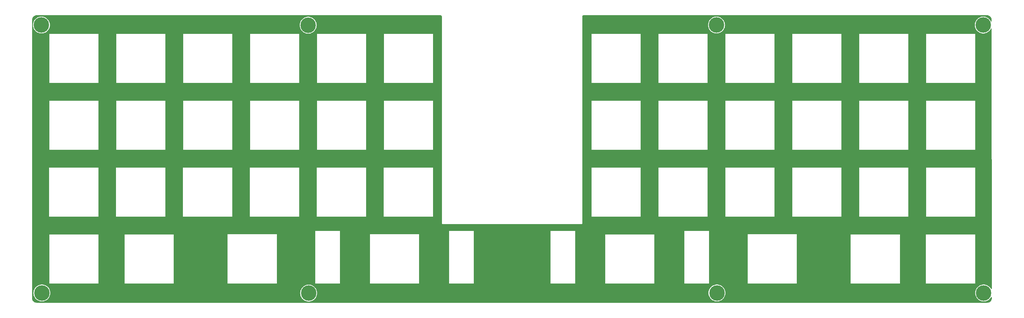
<source format=gbr>
%TF.GenerationSoftware,KiCad,Pcbnew,(6.0.7)*%
%TF.CreationDate,2022-10-26T00:07:09+02:00*%
%TF.ProjectId,skoosk switchplate,736b6f6f-736b-4207-9377-69746368706c,rev?*%
%TF.SameCoordinates,Original*%
%TF.FileFunction,Copper,L2,Bot*%
%TF.FilePolarity,Positive*%
%FSLAX46Y46*%
G04 Gerber Fmt 4.6, Leading zero omitted, Abs format (unit mm)*
G04 Created by KiCad (PCBNEW (6.0.7)) date 2022-10-26 00:07:09*
%MOMM*%
%LPD*%
G01*
G04 APERTURE LIST*
%TA.AperFunction,ComponentPad*%
%ADD10C,4.400000*%
%TD*%
G04 APERTURE END LIST*
D10*
%TO.P,H2,1,1*%
%TO.N,N/C*%
X81146500Y-88311400D03*
%TD*%
%TO.P,H3,1,1*%
%TO.N,N/C*%
X197253100Y-11936200D03*
%TD*%
%TO.P,H4,1,1*%
%TO.N,N/C*%
X273186700Y-11950000D03*
%TD*%
%TO.P,H1,1,1*%
%TO.N,N/C*%
X5207000Y-88265000D03*
%TD*%
%TO.P,H4,1,1*%
%TO.N,N/C*%
X273313700Y-88277000D03*
%TD*%
%TO.P,H1,1,1*%
%TO.N,N/C*%
X5080000Y-11938000D03*
%TD*%
%TO.P,H2,1,1*%
%TO.N,N/C*%
X81019500Y-11984400D03*
%TD*%
%TO.P,H3,1,1*%
%TO.N,N/C*%
X197380100Y-88263200D03*
%TD*%
%TA.AperFunction,NonConductor*%
G36*
X118674981Y-9154750D02*
G01*
X118678454Y-9155124D01*
X118680612Y-9156018D01*
X118680612Y-9158326D01*
X118679847Y-9158643D01*
X118679530Y-9159408D01*
X118679847Y-9160173D01*
X118680612Y-9160490D01*
X118680762Y-9160428D01*
X118696139Y-9162453D01*
X118762514Y-9171194D01*
X118794287Y-9179709D01*
X118828786Y-9194001D01*
X118837761Y-9198138D01*
X118857342Y-9208114D01*
X118874058Y-9216631D01*
X118893554Y-9228933D01*
X118914004Y-9244626D01*
X118920387Y-9249524D01*
X118932774Y-9260388D01*
X118960619Y-9288233D01*
X118971480Y-9300617D01*
X118992104Y-9327496D01*
X119004400Y-9346985D01*
X119022821Y-9383137D01*
X119026958Y-9392110D01*
X119028728Y-9396383D01*
X119039333Y-9421989D01*
X119047369Y-9450487D01*
X119055317Y-9500664D01*
X119055781Y-9503857D01*
X119059536Y-9532383D01*
X119060612Y-9548815D01*
X119060612Y-68297927D01*
X119056834Y-68297927D01*
X119056869Y-68298179D01*
X119057279Y-68298125D01*
X119070414Y-68397851D01*
X119108913Y-68490779D01*
X119170150Y-68570576D01*
X119249954Y-68631806D01*
X119342885Y-68670295D01*
X119351069Y-68671372D01*
X119351072Y-68671373D01*
X119442612Y-68683421D01*
X119442565Y-68683777D01*
X119442810Y-68683810D01*
X119442810Y-68680125D01*
X158685414Y-68680125D01*
X158685414Y-68683855D01*
X158685666Y-68683820D01*
X158685612Y-68683408D01*
X158777146Y-68671355D01*
X158777147Y-68671355D01*
X158785331Y-68670277D01*
X158878254Y-68631787D01*
X158958049Y-68570559D01*
X159019280Y-68490765D01*
X159057774Y-68397843D01*
X159070908Y-68298125D01*
X159071232Y-68298168D01*
X159071264Y-68297923D01*
X159067612Y-68297926D01*
X159066209Y-66551005D01*
X161670470Y-66551005D01*
X161670552Y-66551203D01*
X161670787Y-66551770D01*
X161671552Y-66552087D01*
X161671750Y-66552005D01*
X175671354Y-66552005D01*
X175671552Y-66552087D01*
X175672317Y-66551770D01*
X175672552Y-66551203D01*
X175672634Y-66551005D01*
X180720470Y-66551005D01*
X180720552Y-66551203D01*
X180720787Y-66551770D01*
X180721552Y-66552087D01*
X180721750Y-66552005D01*
X194721354Y-66552005D01*
X194721552Y-66552087D01*
X194722317Y-66551770D01*
X194722552Y-66551203D01*
X194722634Y-66551005D01*
X199770470Y-66551005D01*
X199770552Y-66551203D01*
X199770787Y-66551770D01*
X199771552Y-66552087D01*
X199771750Y-66552005D01*
X213771354Y-66552005D01*
X213771552Y-66552087D01*
X213772317Y-66551770D01*
X213772552Y-66551203D01*
X213772634Y-66551005D01*
X218820470Y-66551005D01*
X218820552Y-66551203D01*
X218820787Y-66551770D01*
X218821552Y-66552087D01*
X218821750Y-66552005D01*
X232821354Y-66552005D01*
X232821552Y-66552087D01*
X232822317Y-66551770D01*
X232822552Y-66551203D01*
X232822634Y-66551005D01*
X237870470Y-66551005D01*
X237870552Y-66551203D01*
X237870787Y-66551770D01*
X237871552Y-66552087D01*
X237871750Y-66552005D01*
X251871354Y-66552005D01*
X251871552Y-66552087D01*
X251872317Y-66551770D01*
X251872552Y-66551203D01*
X251872634Y-66551005D01*
X256920470Y-66551005D01*
X256920552Y-66551203D01*
X256920787Y-66551770D01*
X256921552Y-66552087D01*
X256921750Y-66552005D01*
X270921354Y-66552005D01*
X270921552Y-66552087D01*
X270922317Y-66551770D01*
X270922552Y-66551203D01*
X270922634Y-66551005D01*
X270922552Y-66550807D01*
X270922552Y-52551203D01*
X270922634Y-52551005D01*
X270922317Y-52550240D01*
X270921750Y-52550005D01*
X270921552Y-52549923D01*
X270921354Y-52550005D01*
X256921750Y-52550005D01*
X256921552Y-52549923D01*
X256921354Y-52550005D01*
X256920787Y-52550240D01*
X256920470Y-52551005D01*
X256920552Y-52551203D01*
X256920552Y-66550807D01*
X256920470Y-66551005D01*
X251872634Y-66551005D01*
X251872552Y-66550807D01*
X251872552Y-52551203D01*
X251872634Y-52551005D01*
X251872317Y-52550240D01*
X251871750Y-52550005D01*
X251871552Y-52549923D01*
X251871354Y-52550005D01*
X237871750Y-52550005D01*
X237871552Y-52549923D01*
X237871354Y-52550005D01*
X237870787Y-52550240D01*
X237870470Y-52551005D01*
X237870552Y-52551203D01*
X237870552Y-66550807D01*
X237870470Y-66551005D01*
X232822634Y-66551005D01*
X232822552Y-66550807D01*
X232822552Y-52551203D01*
X232822634Y-52551005D01*
X232822317Y-52550240D01*
X232821750Y-52550005D01*
X232821552Y-52549923D01*
X232821354Y-52550005D01*
X218821750Y-52550005D01*
X218821552Y-52549923D01*
X218821354Y-52550005D01*
X218820787Y-52550240D01*
X218820470Y-52551005D01*
X218820552Y-52551203D01*
X218820552Y-66550807D01*
X218820470Y-66551005D01*
X213772634Y-66551005D01*
X213772552Y-66550807D01*
X213772552Y-52551203D01*
X213772634Y-52551005D01*
X213772317Y-52550240D01*
X213771750Y-52550005D01*
X213771552Y-52549923D01*
X213771354Y-52550005D01*
X199771750Y-52550005D01*
X199771552Y-52549923D01*
X199771354Y-52550005D01*
X199770787Y-52550240D01*
X199770470Y-52551005D01*
X199770552Y-52551203D01*
X199770552Y-66550807D01*
X199770470Y-66551005D01*
X194722634Y-66551005D01*
X194722552Y-66550807D01*
X194722552Y-52551203D01*
X194722634Y-52551005D01*
X194722317Y-52550240D01*
X194721750Y-52550005D01*
X194721552Y-52549923D01*
X194721354Y-52550005D01*
X180721750Y-52550005D01*
X180721552Y-52549923D01*
X180721354Y-52550005D01*
X180720787Y-52550240D01*
X180720470Y-52551005D01*
X180720552Y-52551203D01*
X180720552Y-66550807D01*
X180720470Y-66551005D01*
X175672634Y-66551005D01*
X175672552Y-66550807D01*
X175672552Y-52551203D01*
X175672634Y-52551005D01*
X175672317Y-52550240D01*
X175671750Y-52550005D01*
X175671552Y-52549923D01*
X175671354Y-52550005D01*
X161671750Y-52550005D01*
X161671552Y-52549923D01*
X161671354Y-52550005D01*
X161670787Y-52550240D01*
X161670470Y-52551005D01*
X161670552Y-52551203D01*
X161670552Y-66550807D01*
X161670470Y-66551005D01*
X159066209Y-66551005D01*
X159050904Y-47500069D01*
X161670123Y-47500069D01*
X161670205Y-47500267D01*
X161670440Y-47500834D01*
X161671205Y-47501151D01*
X161671403Y-47501069D01*
X175671007Y-47501069D01*
X175671205Y-47501151D01*
X175671970Y-47500834D01*
X175672205Y-47500267D01*
X175672287Y-47500069D01*
X180720123Y-47500069D01*
X180720205Y-47500267D01*
X180720440Y-47500834D01*
X180721205Y-47501151D01*
X180721403Y-47501069D01*
X194721007Y-47501069D01*
X194721205Y-47501151D01*
X194721970Y-47500834D01*
X194722205Y-47500267D01*
X194722287Y-47500069D01*
X199770123Y-47500069D01*
X199770205Y-47500267D01*
X199770440Y-47500834D01*
X199771205Y-47501151D01*
X199771403Y-47501069D01*
X213771007Y-47501069D01*
X213771205Y-47501151D01*
X213771970Y-47500834D01*
X213772205Y-47500267D01*
X213772287Y-47500069D01*
X218820123Y-47500069D01*
X218820205Y-47500267D01*
X218820440Y-47500834D01*
X218821205Y-47501151D01*
X218821403Y-47501069D01*
X232821007Y-47501069D01*
X232821205Y-47501151D01*
X232821970Y-47500834D01*
X232822205Y-47500267D01*
X232822287Y-47500069D01*
X237870123Y-47500069D01*
X237870205Y-47500267D01*
X237870440Y-47500834D01*
X237871205Y-47501151D01*
X237871403Y-47501069D01*
X251871007Y-47501069D01*
X251871205Y-47501151D01*
X251871970Y-47500834D01*
X251872205Y-47500267D01*
X251872287Y-47500069D01*
X256920123Y-47500069D01*
X256920205Y-47500267D01*
X256920440Y-47500834D01*
X256921205Y-47501151D01*
X256921403Y-47501069D01*
X270921007Y-47501069D01*
X270921205Y-47501151D01*
X270921970Y-47500834D01*
X270922205Y-47500267D01*
X270922287Y-47500069D01*
X270922205Y-47499871D01*
X270922205Y-33500267D01*
X270922287Y-33500069D01*
X270921970Y-33499304D01*
X270921403Y-33499069D01*
X270921205Y-33498987D01*
X270921007Y-33499069D01*
X256921403Y-33499069D01*
X256921205Y-33498987D01*
X256921007Y-33499069D01*
X256920440Y-33499304D01*
X256920123Y-33500069D01*
X256920205Y-33500267D01*
X256920205Y-47499871D01*
X256920123Y-47500069D01*
X251872287Y-47500069D01*
X251872205Y-47499871D01*
X251872205Y-33500267D01*
X251872287Y-33500069D01*
X251871970Y-33499304D01*
X251871403Y-33499069D01*
X251871205Y-33498987D01*
X251871007Y-33499069D01*
X237871403Y-33499069D01*
X237871205Y-33498987D01*
X237871007Y-33499069D01*
X237870440Y-33499304D01*
X237870123Y-33500069D01*
X237870205Y-33500267D01*
X237870205Y-47499871D01*
X237870123Y-47500069D01*
X232822287Y-47500069D01*
X232822205Y-47499871D01*
X232822205Y-33500267D01*
X232822287Y-33500069D01*
X232821970Y-33499304D01*
X232821403Y-33499069D01*
X232821205Y-33498987D01*
X232821007Y-33499069D01*
X218821403Y-33499069D01*
X218821205Y-33498987D01*
X218821007Y-33499069D01*
X218820440Y-33499304D01*
X218820123Y-33500069D01*
X218820205Y-33500267D01*
X218820205Y-47499871D01*
X218820123Y-47500069D01*
X213772287Y-47500069D01*
X213772205Y-47499871D01*
X213772205Y-33500267D01*
X213772287Y-33500069D01*
X213771970Y-33499304D01*
X213771403Y-33499069D01*
X213771205Y-33498987D01*
X213771007Y-33499069D01*
X199771403Y-33499069D01*
X199771205Y-33498987D01*
X199771007Y-33499069D01*
X199770440Y-33499304D01*
X199770123Y-33500069D01*
X199770205Y-33500267D01*
X199770205Y-47499871D01*
X199770123Y-47500069D01*
X194722287Y-47500069D01*
X194722205Y-47499871D01*
X194722205Y-33500267D01*
X194722287Y-33500069D01*
X194721970Y-33499304D01*
X194721403Y-33499069D01*
X194721205Y-33498987D01*
X194721007Y-33499069D01*
X180721403Y-33499069D01*
X180721205Y-33498987D01*
X180721007Y-33499069D01*
X180720440Y-33499304D01*
X180720123Y-33500069D01*
X180720205Y-33500267D01*
X180720205Y-47499871D01*
X180720123Y-47500069D01*
X175672287Y-47500069D01*
X175672205Y-47499871D01*
X175672205Y-33500267D01*
X175672287Y-33500069D01*
X175671970Y-33499304D01*
X175671403Y-33499069D01*
X175671205Y-33498987D01*
X175671007Y-33499069D01*
X161671403Y-33499069D01*
X161671205Y-33498987D01*
X161671007Y-33499069D01*
X161670440Y-33499304D01*
X161670123Y-33500069D01*
X161670205Y-33500267D01*
X161670205Y-47499871D01*
X161670123Y-47500069D01*
X159050904Y-47500069D01*
X159035599Y-28448548D01*
X161673867Y-28448548D01*
X161673949Y-28448746D01*
X161674184Y-28449313D01*
X161674949Y-28449630D01*
X161675147Y-28449548D01*
X175674751Y-28449548D01*
X175674949Y-28449630D01*
X175675714Y-28449313D01*
X175675949Y-28448746D01*
X175676031Y-28448548D01*
X180723867Y-28448548D01*
X180723949Y-28448746D01*
X180724184Y-28449313D01*
X180724949Y-28449630D01*
X180725147Y-28449548D01*
X194724751Y-28449548D01*
X194724949Y-28449630D01*
X194725714Y-28449313D01*
X194725949Y-28448746D01*
X194726031Y-28448548D01*
X199773867Y-28448548D01*
X199773949Y-28448746D01*
X199774184Y-28449313D01*
X199774949Y-28449630D01*
X199775147Y-28449548D01*
X213774751Y-28449548D01*
X213774949Y-28449630D01*
X213775714Y-28449313D01*
X213775949Y-28448746D01*
X213776031Y-28448548D01*
X218823867Y-28448548D01*
X218823949Y-28448746D01*
X218824184Y-28449313D01*
X218824949Y-28449630D01*
X218825147Y-28449548D01*
X232824751Y-28449548D01*
X232824949Y-28449630D01*
X232825714Y-28449313D01*
X232825949Y-28448746D01*
X232826031Y-28448548D01*
X237873867Y-28448548D01*
X237873949Y-28448746D01*
X237874184Y-28449313D01*
X237874949Y-28449630D01*
X237875147Y-28449548D01*
X251874751Y-28449548D01*
X251874949Y-28449630D01*
X251875714Y-28449313D01*
X251875949Y-28448746D01*
X251876031Y-28448548D01*
X256923867Y-28448548D01*
X256923949Y-28448746D01*
X256924184Y-28449313D01*
X256924949Y-28449630D01*
X256925147Y-28449548D01*
X270924751Y-28449548D01*
X270924949Y-28449630D01*
X270925714Y-28449313D01*
X270925949Y-28448746D01*
X270926031Y-28448548D01*
X270925949Y-28448350D01*
X270925949Y-14448746D01*
X270926031Y-14448548D01*
X270925714Y-14447783D01*
X270925147Y-14447548D01*
X270924949Y-14447466D01*
X270924751Y-14447548D01*
X256925147Y-14447548D01*
X256924949Y-14447466D01*
X256924751Y-14447548D01*
X256924184Y-14447783D01*
X256923867Y-14448548D01*
X256923949Y-14448746D01*
X256923949Y-28448350D01*
X256923867Y-28448548D01*
X251876031Y-28448548D01*
X251875949Y-28448350D01*
X251875949Y-14448746D01*
X251876031Y-14448548D01*
X251875714Y-14447783D01*
X251875147Y-14447548D01*
X251874949Y-14447466D01*
X251874751Y-14447548D01*
X237875147Y-14447548D01*
X237874949Y-14447466D01*
X237874751Y-14447548D01*
X237874184Y-14447783D01*
X237873867Y-14448548D01*
X237873949Y-14448746D01*
X237873949Y-28448350D01*
X237873867Y-28448548D01*
X232826031Y-28448548D01*
X232825949Y-28448350D01*
X232825949Y-14448746D01*
X232826031Y-14448548D01*
X232825714Y-14447783D01*
X232825147Y-14447548D01*
X232824949Y-14447466D01*
X232824751Y-14447548D01*
X218825147Y-14447548D01*
X218824949Y-14447466D01*
X218824751Y-14447548D01*
X218824184Y-14447783D01*
X218823867Y-14448548D01*
X218823949Y-14448746D01*
X218823949Y-28448350D01*
X218823867Y-28448548D01*
X213776031Y-28448548D01*
X213775949Y-28448350D01*
X213775949Y-14448746D01*
X213776031Y-14448548D01*
X213775714Y-14447783D01*
X213775147Y-14447548D01*
X213774949Y-14447466D01*
X213774751Y-14447548D01*
X199775147Y-14447548D01*
X199774949Y-14447466D01*
X199774751Y-14447548D01*
X199774184Y-14447783D01*
X199773867Y-14448548D01*
X199773949Y-14448746D01*
X199773949Y-28448350D01*
X199773867Y-28448548D01*
X194726031Y-28448548D01*
X194725949Y-28448350D01*
X194725949Y-14448746D01*
X194726031Y-14448548D01*
X194725714Y-14447783D01*
X194725147Y-14447548D01*
X194724949Y-14447466D01*
X194724751Y-14447548D01*
X180725147Y-14447548D01*
X180724949Y-14447466D01*
X180724751Y-14447548D01*
X180724184Y-14447783D01*
X180723867Y-14448548D01*
X180723949Y-14448746D01*
X180723949Y-28448350D01*
X180723867Y-28448548D01*
X175676031Y-28448548D01*
X175675949Y-28448350D01*
X175675949Y-14448746D01*
X175676031Y-14448548D01*
X175675714Y-14447783D01*
X175675147Y-14447548D01*
X175674949Y-14447466D01*
X175674751Y-14447548D01*
X161675147Y-14447548D01*
X161674949Y-14447466D01*
X161674751Y-14447548D01*
X161674184Y-14447783D01*
X161673867Y-14448548D01*
X161673949Y-14448746D01*
X161673949Y-28448350D01*
X161673867Y-28448548D01*
X159035599Y-28448548D01*
X159022333Y-11936200D01*
X194847854Y-11936200D01*
X194866820Y-12237657D01*
X194923419Y-12534360D01*
X195016759Y-12821630D01*
X195018446Y-12825216D01*
X195018448Y-12825220D01*
X195143679Y-13091350D01*
X195143683Y-13091357D01*
X195145367Y-13094936D01*
X195307215Y-13349968D01*
X195309734Y-13353014D01*
X195309737Y-13353017D01*
X195349612Y-13401217D01*
X195499751Y-13582704D01*
X195719938Y-13789474D01*
X195723140Y-13791801D01*
X195723142Y-13791802D01*
X195786280Y-13837674D01*
X195964305Y-13967016D01*
X195967774Y-13968923D01*
X195967777Y-13968925D01*
X195985174Y-13978489D01*
X196228996Y-14112532D01*
X196232665Y-14113985D01*
X196232670Y-14113987D01*
X196354410Y-14162187D01*
X196509838Y-14223725D01*
X196802402Y-14298842D01*
X197102073Y-14336700D01*
X197404127Y-14336700D01*
X197703798Y-14298842D01*
X197996362Y-14223725D01*
X198151790Y-14162187D01*
X198273530Y-14113987D01*
X198273535Y-14113985D01*
X198277204Y-14112532D01*
X198521026Y-13978489D01*
X198538423Y-13968925D01*
X198538426Y-13968923D01*
X198541895Y-13967016D01*
X198719920Y-13837674D01*
X198783058Y-13791802D01*
X198783060Y-13791801D01*
X198786262Y-13789474D01*
X199006449Y-13582704D01*
X199156588Y-13401217D01*
X199196463Y-13353017D01*
X199196466Y-13353014D01*
X199198985Y-13349968D01*
X199360833Y-13094936D01*
X199362517Y-13091357D01*
X199362521Y-13091350D01*
X199487752Y-12825220D01*
X199487754Y-12825216D01*
X199489441Y-12821630D01*
X199582781Y-12534360D01*
X199639380Y-12237657D01*
X199658346Y-11936200D01*
X199639380Y-11634743D01*
X199582781Y-11338040D01*
X199493925Y-11064570D01*
X199490667Y-11054543D01*
X199490667Y-11054542D01*
X199489441Y-11050770D01*
X199487752Y-11047180D01*
X199362521Y-10781050D01*
X199362517Y-10781043D01*
X199360833Y-10777464D01*
X199198985Y-10522432D01*
X199006449Y-10289696D01*
X198786262Y-10082926D01*
X198712122Y-10029060D01*
X198545098Y-9907711D01*
X198545097Y-9907710D01*
X198541895Y-9905384D01*
X198435536Y-9846912D01*
X198280673Y-9761775D01*
X198280672Y-9761774D01*
X198277204Y-9759868D01*
X198273535Y-9758415D01*
X198273530Y-9758413D01*
X198000032Y-9650128D01*
X198000031Y-9650128D01*
X197996362Y-9648675D01*
X197703798Y-9573558D01*
X197404127Y-9535700D01*
X197102073Y-9535700D01*
X196802402Y-9573558D01*
X196509838Y-9648675D01*
X196506169Y-9650128D01*
X196506168Y-9650128D01*
X196232670Y-9758413D01*
X196232665Y-9758415D01*
X196228996Y-9759868D01*
X196225528Y-9761774D01*
X196225527Y-9761775D01*
X196070665Y-9846912D01*
X195964305Y-9905384D01*
X195961103Y-9907710D01*
X195961102Y-9907711D01*
X195794079Y-10029060D01*
X195719938Y-10082926D01*
X195499751Y-10289696D01*
X195307215Y-10522432D01*
X195145367Y-10777464D01*
X195143683Y-10781043D01*
X195143679Y-10781050D01*
X195018448Y-11047180D01*
X195016759Y-11050770D01*
X195015533Y-11054542D01*
X195015533Y-11054543D01*
X195012275Y-11064570D01*
X194923419Y-11338040D01*
X194866820Y-11634743D01*
X194847854Y-11936200D01*
X159022333Y-11936200D01*
X159020415Y-9548717D01*
X159021493Y-9532173D01*
X159025115Y-9504656D01*
X159025588Y-9501390D01*
X159030406Y-9470967D01*
X159033662Y-9450412D01*
X159041701Y-9421906D01*
X159053952Y-9392329D01*
X159058094Y-9383343D01*
X159066186Y-9367462D01*
X159076659Y-9346908D01*
X159088961Y-9327410D01*
X159102168Y-9310199D01*
X159109456Y-9300701D01*
X159120322Y-9288312D01*
X159148312Y-9260322D01*
X159160703Y-9249454D01*
X159187410Y-9228961D01*
X159206908Y-9216659D01*
X159243348Y-9198092D01*
X159252329Y-9193952D01*
X159281906Y-9181701D01*
X159310412Y-9173662D01*
X159333506Y-9170004D01*
X159361390Y-9165588D01*
X159364653Y-9165115D01*
X159374703Y-9163792D01*
X159399827Y-9160485D01*
X159400317Y-9160453D01*
X159400408Y-9160490D01*
X159400532Y-9160438D01*
X159416260Y-9159407D01*
X256257441Y-9154043D01*
X274305996Y-9154043D01*
X274315875Y-9154431D01*
X274424199Y-9162951D01*
X274425119Y-9163028D01*
X274468085Y-9166785D01*
X274505016Y-9170015D01*
X274523448Y-9173016D01*
X274594862Y-9190158D01*
X274623756Y-9197094D01*
X274626856Y-9197881D01*
X274709942Y-9220141D01*
X274725536Y-9225434D01*
X274819755Y-9264458D01*
X274824766Y-9266663D01*
X274903631Y-9303436D01*
X274916217Y-9310199D01*
X275002781Y-9363244D01*
X275009215Y-9367461D01*
X275044447Y-9392130D01*
X275080744Y-9417544D01*
X275090305Y-9424947D01*
X275167434Y-9490820D01*
X275174699Y-9497535D01*
X275236444Y-9559278D01*
X275243161Y-9566544D01*
X275260938Y-9587358D01*
X275309014Y-9643647D01*
X275309093Y-9643740D01*
X275316494Y-9653299D01*
X275366443Y-9724631D01*
X275370664Y-9731069D01*
X275423866Y-9817888D01*
X275430627Y-9830471D01*
X275467176Y-9908848D01*
X275469391Y-9913882D01*
X275508625Y-10008604D01*
X275513921Y-10024205D01*
X275532730Y-10094398D01*
X275535879Y-10106151D01*
X275536684Y-10109322D01*
X275560980Y-10210531D01*
X275561018Y-10210689D01*
X275564022Y-10229144D01*
X275570903Y-10308003D01*
X275570968Y-10308781D01*
X275573259Y-10337896D01*
X275579557Y-10417948D01*
X275579945Y-10427748D01*
X275580150Y-10779264D01*
X275580182Y-10834747D01*
X275560220Y-10902879D01*
X275506591Y-10949403D01*
X275436323Y-10959548D01*
X275371725Y-10930092D01*
X275340174Y-10888468D01*
X275296121Y-10794850D01*
X275296117Y-10794843D01*
X275294433Y-10791264D01*
X275132585Y-10536232D01*
X275120136Y-10521183D01*
X275043031Y-10427980D01*
X274940049Y-10303496D01*
X274719862Y-10096726D01*
X274703346Y-10084726D01*
X274478698Y-9921511D01*
X274478697Y-9921510D01*
X274475495Y-9919184D01*
X274466508Y-9914243D01*
X274214273Y-9775575D01*
X274214272Y-9775574D01*
X274210804Y-9773668D01*
X274207135Y-9772215D01*
X274207130Y-9772213D01*
X273933632Y-9663928D01*
X273933631Y-9663928D01*
X273929962Y-9662475D01*
X273637398Y-9587358D01*
X273337727Y-9549500D01*
X273035673Y-9549500D01*
X272736002Y-9587358D01*
X272443438Y-9662475D01*
X272439769Y-9663928D01*
X272439768Y-9663928D01*
X272166270Y-9772213D01*
X272166265Y-9772215D01*
X272162596Y-9773668D01*
X272159128Y-9775574D01*
X272159127Y-9775575D01*
X271906893Y-9914243D01*
X271897905Y-9919184D01*
X271894703Y-9921510D01*
X271894702Y-9921511D01*
X271670055Y-10084726D01*
X271653538Y-10096726D01*
X271433351Y-10303496D01*
X271330369Y-10427980D01*
X271253265Y-10521183D01*
X271240815Y-10536232D01*
X271078967Y-10791264D01*
X271077283Y-10794843D01*
X271077279Y-10794850D01*
X270955077Y-11054543D01*
X270950359Y-11064570D01*
X270857019Y-11351840D01*
X270800420Y-11648543D01*
X270781454Y-11950000D01*
X270800420Y-12251457D01*
X270857019Y-12548160D01*
X270858246Y-12551936D01*
X270947042Y-12825220D01*
X270950359Y-12835430D01*
X270952046Y-12839016D01*
X270952048Y-12839020D01*
X271077279Y-13105150D01*
X271077282Y-13105155D01*
X271078967Y-13108736D01*
X271240815Y-13363768D01*
X271243334Y-13366814D01*
X271243337Y-13366817D01*
X271299033Y-13434141D01*
X271433351Y-13596504D01*
X271653538Y-13803274D01*
X271897905Y-13980816D01*
X271901374Y-13982723D01*
X271901377Y-13982725D01*
X272140768Y-14114332D01*
X272162596Y-14126332D01*
X272166265Y-14127785D01*
X272166270Y-14127787D01*
X272411061Y-14224706D01*
X272443438Y-14237525D01*
X272736002Y-14312642D01*
X273035673Y-14350500D01*
X273337727Y-14350500D01*
X273637398Y-14312642D01*
X273929962Y-14237525D01*
X273962339Y-14224706D01*
X274207130Y-14127787D01*
X274207135Y-14127785D01*
X274210804Y-14126332D01*
X274232632Y-14114332D01*
X274472023Y-13982725D01*
X274472026Y-13982723D01*
X274475495Y-13980816D01*
X274719862Y-13803274D01*
X274940049Y-13596504D01*
X275074367Y-13434141D01*
X275130063Y-13366817D01*
X275130066Y-13366814D01*
X275132585Y-13363768D01*
X275294433Y-13108736D01*
X275341473Y-13008771D01*
X275388576Y-12955650D01*
X275456921Y-12936428D01*
X275524809Y-12957207D01*
X275570685Y-13011391D01*
X275581481Y-13062345D01*
X275624530Y-86894583D01*
X275624594Y-87004627D01*
X275604632Y-87072759D01*
X275551003Y-87119283D01*
X275480735Y-87129428D01*
X275416137Y-87099973D01*
X275392209Y-87072214D01*
X275261707Y-86866576D01*
X275259585Y-86863232D01*
X275247136Y-86848183D01*
X275201367Y-86792859D01*
X275067049Y-86630496D01*
X274846862Y-86423726D01*
X274830346Y-86411726D01*
X274605698Y-86248511D01*
X274605697Y-86248510D01*
X274602495Y-86246184D01*
X274580668Y-86234184D01*
X274341273Y-86102575D01*
X274341272Y-86102574D01*
X274337804Y-86100668D01*
X274334135Y-86099215D01*
X274334130Y-86099213D01*
X274060632Y-85990928D01*
X274060631Y-85990928D01*
X274056962Y-85989475D01*
X273764398Y-85914358D01*
X273464727Y-85876500D01*
X273162673Y-85876500D01*
X272863002Y-85914358D01*
X272570438Y-85989475D01*
X272566769Y-85990928D01*
X272566768Y-85990928D01*
X272293270Y-86099213D01*
X272293265Y-86099215D01*
X272289596Y-86100668D01*
X272286128Y-86102574D01*
X272286127Y-86102575D01*
X272046733Y-86234184D01*
X272024905Y-86246184D01*
X272021703Y-86248510D01*
X272021702Y-86248511D01*
X271797055Y-86411726D01*
X271780538Y-86423726D01*
X271560351Y-86630496D01*
X271426033Y-86792859D01*
X271380265Y-86848183D01*
X271367815Y-86863232D01*
X271205967Y-87118264D01*
X271204283Y-87121843D01*
X271204279Y-87121850D01*
X271082077Y-87381543D01*
X271077359Y-87391570D01*
X270984019Y-87678840D01*
X270927420Y-87975543D01*
X270908454Y-88277000D01*
X270927420Y-88578457D01*
X270984019Y-88875160D01*
X270985246Y-88878936D01*
X271074042Y-89152220D01*
X271077359Y-89162430D01*
X271079046Y-89166016D01*
X271079048Y-89166020D01*
X271204279Y-89432150D01*
X271204283Y-89432157D01*
X271205967Y-89435736D01*
X271367815Y-89690768D01*
X271370334Y-89693814D01*
X271370337Y-89693817D01*
X271426033Y-89761141D01*
X271560351Y-89923504D01*
X271780538Y-90130274D01*
X271783740Y-90132601D01*
X271783742Y-90132602D01*
X272005499Y-90293717D01*
X272024905Y-90307816D01*
X272028374Y-90309723D01*
X272028377Y-90309725D01*
X272267768Y-90441332D01*
X272289596Y-90453332D01*
X272293265Y-90454785D01*
X272293270Y-90454787D01*
X272557784Y-90559515D01*
X272570438Y-90564525D01*
X272863002Y-90639642D01*
X273162673Y-90677500D01*
X273464727Y-90677500D01*
X273764398Y-90639642D01*
X274056962Y-90564525D01*
X274069616Y-90559515D01*
X274334130Y-90454787D01*
X274334135Y-90454785D01*
X274337804Y-90453332D01*
X274359632Y-90441332D01*
X274599023Y-90309725D01*
X274599026Y-90309723D01*
X274602495Y-90307816D01*
X274621901Y-90293717D01*
X274843658Y-90132602D01*
X274843660Y-90132601D01*
X274846862Y-90130274D01*
X275067049Y-89923504D01*
X275201367Y-89761141D01*
X275257063Y-89693817D01*
X275257066Y-89693814D01*
X275259585Y-89690768D01*
X275393692Y-89479449D01*
X275447080Y-89432651D01*
X275517295Y-89422146D01*
X275582043Y-89451270D01*
X275620767Y-89510776D01*
X275626076Y-89546891D01*
X275626209Y-89775001D01*
X275625821Y-89784959D01*
X275617309Y-89893125D01*
X275617218Y-89894222D01*
X275610232Y-89974072D01*
X275607230Y-89992504D01*
X275583189Y-90092643D01*
X275582379Y-90095830D01*
X275560087Y-90179026D01*
X275554792Y-90194621D01*
X275515859Y-90288615D01*
X275513673Y-90293585D01*
X275476751Y-90372761D01*
X275470007Y-90385314D01*
X275417139Y-90471588D01*
X275412926Y-90478013D01*
X275363029Y-90549272D01*
X275362549Y-90549957D01*
X275355148Y-90559515D01*
X275289666Y-90636185D01*
X275282949Y-90643452D01*
X275220646Y-90705753D01*
X275213383Y-90712467D01*
X275136835Y-90777846D01*
X275127273Y-90785249D01*
X275054946Y-90835890D01*
X275048539Y-90840091D01*
X274962775Y-90892648D01*
X274950207Y-90899402D01*
X274870062Y-90936771D01*
X274865057Y-90938973D01*
X274772164Y-90977452D01*
X274756559Y-90982749D01*
X274671116Y-91005640D01*
X274667924Y-91006450D01*
X274570076Y-91029942D01*
X274551667Y-91032942D01*
X274466987Y-91040367D01*
X274465868Y-91040460D01*
X274362413Y-91048603D01*
X274352526Y-91048992D01*
X142962593Y-91048983D01*
X3696981Y-91048974D01*
X3687096Y-91048586D01*
X3578809Y-91040064D01*
X3577736Y-91039975D01*
X3497952Y-91032995D01*
X3479524Y-91029993D01*
X3379247Y-91005919D01*
X3376094Y-91005118D01*
X3293029Y-90982860D01*
X3277424Y-90977563D01*
X3255379Y-90968432D01*
X3183250Y-90938555D01*
X3178283Y-90936370D01*
X3099339Y-90899558D01*
X3086764Y-90892802D01*
X3000240Y-90839780D01*
X2993810Y-90835563D01*
X2922199Y-90785420D01*
X2912650Y-90778028D01*
X2835619Y-90712237D01*
X2828355Y-90705521D01*
X2766479Y-90643645D01*
X2759763Y-90636381D01*
X2728610Y-90599906D01*
X2693972Y-90559350D01*
X2686575Y-90549795D01*
X2636437Y-90478190D01*
X2632217Y-90471755D01*
X2579198Y-90385236D01*
X2572440Y-90372657D01*
X2535630Y-90293717D01*
X2533445Y-90288750D01*
X2494437Y-90194576D01*
X2489140Y-90178971D01*
X2466882Y-90095906D01*
X2466081Y-90092753D01*
X2442007Y-89992476D01*
X2439005Y-89974047D01*
X2432027Y-89894288D01*
X2431936Y-89893191D01*
X2423414Y-89784904D01*
X2423026Y-89775019D01*
X2423026Y-88265000D01*
X2801754Y-88265000D01*
X2820720Y-88566457D01*
X2877319Y-88863160D01*
X2970659Y-89150430D01*
X2972346Y-89154016D01*
X2972348Y-89154020D01*
X3097579Y-89420150D01*
X3097583Y-89420157D01*
X3099267Y-89423736D01*
X3261115Y-89678768D01*
X3263634Y-89681814D01*
X3263637Y-89681817D01*
X3296734Y-89721824D01*
X3453651Y-89911504D01*
X3673838Y-90118274D01*
X3677040Y-90120601D01*
X3677042Y-90120602D01*
X3915002Y-90293489D01*
X3918205Y-90295816D01*
X3921674Y-90297723D01*
X3921677Y-90297725D01*
X4176153Y-90437625D01*
X4182896Y-90441332D01*
X4186565Y-90442785D01*
X4186570Y-90442787D01*
X4396488Y-90525899D01*
X4463738Y-90552525D01*
X4756302Y-90627642D01*
X5055973Y-90665500D01*
X5358027Y-90665500D01*
X5657698Y-90627642D01*
X5950262Y-90552525D01*
X6017512Y-90525899D01*
X6227430Y-90442787D01*
X6227435Y-90442785D01*
X6231104Y-90441332D01*
X6237847Y-90437625D01*
X6492323Y-90297725D01*
X6492326Y-90297723D01*
X6495795Y-90295816D01*
X6498998Y-90293489D01*
X6736958Y-90120602D01*
X6736960Y-90120601D01*
X6740162Y-90118274D01*
X6960349Y-89911504D01*
X7117266Y-89721824D01*
X7150363Y-89681817D01*
X7150366Y-89681814D01*
X7152885Y-89678768D01*
X7314733Y-89423736D01*
X7316417Y-89420157D01*
X7316421Y-89420150D01*
X7441652Y-89154020D01*
X7441654Y-89154016D01*
X7443341Y-89150430D01*
X7536681Y-88863160D01*
X7593280Y-88566457D01*
X7609327Y-88311400D01*
X78741254Y-88311400D01*
X78760220Y-88612857D01*
X78816819Y-88909560D01*
X78910159Y-89196830D01*
X78911846Y-89200416D01*
X78911848Y-89200420D01*
X79037079Y-89466550D01*
X79037083Y-89466557D01*
X79038767Y-89470136D01*
X79200615Y-89725168D01*
X79203134Y-89728214D01*
X79203137Y-89728217D01*
X79245806Y-89779795D01*
X79393151Y-89957904D01*
X79613338Y-90164674D01*
X79616540Y-90167001D01*
X79616542Y-90167002D01*
X79796468Y-90297725D01*
X79857705Y-90342216D01*
X79861174Y-90344123D01*
X79861177Y-90344125D01*
X80093334Y-90471755D01*
X80122396Y-90487732D01*
X80126065Y-90489185D01*
X80126070Y-90489187D01*
X80312683Y-90563072D01*
X80403238Y-90598925D01*
X80695802Y-90674042D01*
X80995473Y-90711900D01*
X81297527Y-90711900D01*
X81597198Y-90674042D01*
X81889762Y-90598925D01*
X81980317Y-90563072D01*
X82166930Y-90489187D01*
X82166935Y-90489185D01*
X82170604Y-90487732D01*
X82199666Y-90471755D01*
X82431823Y-90344125D01*
X82431826Y-90344123D01*
X82435295Y-90342216D01*
X82496532Y-90297725D01*
X82676458Y-90167002D01*
X82676460Y-90167001D01*
X82679662Y-90164674D01*
X82899849Y-89957904D01*
X83047194Y-89779795D01*
X83089863Y-89728217D01*
X83089866Y-89728214D01*
X83092385Y-89725168D01*
X83254233Y-89470136D01*
X83255917Y-89466557D01*
X83255921Y-89466550D01*
X83381152Y-89200420D01*
X83381154Y-89200416D01*
X83382841Y-89196830D01*
X83476181Y-88909560D01*
X83532780Y-88612857D01*
X83551746Y-88311400D01*
X83548714Y-88263200D01*
X194974854Y-88263200D01*
X194993820Y-88564657D01*
X195050419Y-88861360D01*
X195143759Y-89148630D01*
X195145446Y-89152216D01*
X195145448Y-89152220D01*
X195270679Y-89418350D01*
X195270683Y-89418357D01*
X195272367Y-89421936D01*
X195434215Y-89676968D01*
X195436734Y-89680014D01*
X195436737Y-89680017D01*
X195476612Y-89728217D01*
X195626751Y-89909704D01*
X195846938Y-90116474D01*
X195850140Y-90118801D01*
X195850142Y-90118802D01*
X196088102Y-90291689D01*
X196091305Y-90294016D01*
X196094774Y-90295923D01*
X196094777Y-90295925D01*
X196257411Y-90385334D01*
X196355996Y-90439532D01*
X196359665Y-90440985D01*
X196359670Y-90440987D01*
X196633168Y-90549272D01*
X196636838Y-90550725D01*
X196929402Y-90625842D01*
X197229073Y-90663700D01*
X197531127Y-90663700D01*
X197830798Y-90625842D01*
X198123362Y-90550725D01*
X198127032Y-90549272D01*
X198400530Y-90440987D01*
X198400535Y-90440985D01*
X198404204Y-90439532D01*
X198502789Y-90385334D01*
X198665423Y-90295925D01*
X198665426Y-90295923D01*
X198668895Y-90294016D01*
X198672098Y-90291689D01*
X198910058Y-90118802D01*
X198910060Y-90118801D01*
X198913262Y-90116474D01*
X199133449Y-89909704D01*
X199283588Y-89728217D01*
X199323463Y-89680017D01*
X199323466Y-89680014D01*
X199325985Y-89676968D01*
X199487833Y-89421936D01*
X199489517Y-89418357D01*
X199489521Y-89418350D01*
X199614752Y-89152220D01*
X199614754Y-89152216D01*
X199616441Y-89148630D01*
X199709781Y-88861360D01*
X199766380Y-88564657D01*
X199785346Y-88263200D01*
X199766380Y-87961743D01*
X199709781Y-87665040D01*
X199620925Y-87391570D01*
X199617667Y-87381543D01*
X199617667Y-87381542D01*
X199616441Y-87377770D01*
X199512202Y-87156250D01*
X199489521Y-87108050D01*
X199489517Y-87108043D01*
X199487833Y-87104464D01*
X199325985Y-86849432D01*
X199133449Y-86616696D01*
X198913262Y-86409926D01*
X198732610Y-86278675D01*
X198672098Y-86234711D01*
X198672097Y-86234710D01*
X198668895Y-86232384D01*
X198489233Y-86133613D01*
X198407673Y-86088775D01*
X198407672Y-86088774D01*
X198404204Y-86086868D01*
X198400535Y-86085415D01*
X198400530Y-86085413D01*
X198127032Y-85977128D01*
X198127031Y-85977128D01*
X198123362Y-85975675D01*
X197830798Y-85900558D01*
X197531127Y-85862700D01*
X197229073Y-85862700D01*
X196929402Y-85900558D01*
X196636838Y-85975675D01*
X196633169Y-85977128D01*
X196633168Y-85977128D01*
X196359670Y-86085413D01*
X196359665Y-86085415D01*
X196355996Y-86086868D01*
X196352528Y-86088774D01*
X196352527Y-86088775D01*
X196270968Y-86133613D01*
X196091305Y-86232384D01*
X196088103Y-86234710D01*
X196088102Y-86234711D01*
X196027591Y-86278675D01*
X195846938Y-86409926D01*
X195626751Y-86616696D01*
X195434215Y-86849432D01*
X195272367Y-87104464D01*
X195270683Y-87108043D01*
X195270679Y-87108050D01*
X195247998Y-87156250D01*
X195143759Y-87377770D01*
X195142533Y-87381542D01*
X195142533Y-87381543D01*
X195139275Y-87391570D01*
X195050419Y-87665040D01*
X194993820Y-87961743D01*
X194974854Y-88263200D01*
X83548714Y-88263200D01*
X83532780Y-88009943D01*
X83476181Y-87713240D01*
X83382841Y-87425970D01*
X83366654Y-87391570D01*
X83255921Y-87156250D01*
X83255917Y-87156243D01*
X83254233Y-87152664D01*
X83092385Y-86897632D01*
X83061405Y-86860183D01*
X83034167Y-86827259D01*
X82899849Y-86664896D01*
X82679662Y-86458126D01*
X82617052Y-86412637D01*
X82438498Y-86282911D01*
X82438497Y-86282910D01*
X82435295Y-86280584D01*
X82350895Y-86234184D01*
X82174073Y-86136975D01*
X82174072Y-86136974D01*
X82170604Y-86135068D01*
X82166935Y-86133615D01*
X82166930Y-86133613D01*
X81893432Y-86025328D01*
X81893431Y-86025328D01*
X81889762Y-86023875D01*
X81597198Y-85948758D01*
X81297527Y-85910900D01*
X80995473Y-85910900D01*
X80695802Y-85948758D01*
X80403238Y-86023875D01*
X80399569Y-86025328D01*
X80399568Y-86025328D01*
X80126070Y-86133613D01*
X80126065Y-86133615D01*
X80122396Y-86135068D01*
X80118928Y-86136974D01*
X80118927Y-86136975D01*
X79942106Y-86234184D01*
X79857705Y-86280584D01*
X79854503Y-86282910D01*
X79854502Y-86282911D01*
X79675949Y-86412637D01*
X79613338Y-86458126D01*
X79393151Y-86664896D01*
X79258833Y-86827259D01*
X79231596Y-86860183D01*
X79200615Y-86897632D01*
X79038767Y-87152664D01*
X79037083Y-87156243D01*
X79037079Y-87156250D01*
X78926346Y-87391570D01*
X78910159Y-87425970D01*
X78816819Y-87713240D01*
X78760220Y-88009943D01*
X78741254Y-88311400D01*
X7609327Y-88311400D01*
X7612246Y-88265000D01*
X7593280Y-87963543D01*
X7536681Y-87666840D01*
X7443341Y-87379570D01*
X7338255Y-87156250D01*
X7316421Y-87109850D01*
X7316417Y-87109843D01*
X7314733Y-87106264D01*
X7152885Y-86851232D01*
X6960349Y-86618496D01*
X6740162Y-86411726D01*
X6562863Y-86282911D01*
X6498998Y-86236511D01*
X6498997Y-86236510D01*
X6495795Y-86234184D01*
X6489049Y-86230475D01*
X6234573Y-86090575D01*
X6234572Y-86090574D01*
X6231104Y-86088668D01*
X6227435Y-86087215D01*
X6227430Y-86087213D01*
X5953932Y-85978928D01*
X5953931Y-85978928D01*
X5950262Y-85977475D01*
X5657698Y-85902358D01*
X5358027Y-85864500D01*
X5055973Y-85864500D01*
X4756302Y-85902358D01*
X4463738Y-85977475D01*
X4460069Y-85978928D01*
X4460068Y-85978928D01*
X4186570Y-86087213D01*
X4186565Y-86087215D01*
X4182896Y-86088668D01*
X4179428Y-86090574D01*
X4179427Y-86090575D01*
X3924952Y-86230475D01*
X3918205Y-86234184D01*
X3915003Y-86236510D01*
X3915002Y-86236511D01*
X3851138Y-86282911D01*
X3673838Y-86411726D01*
X3453651Y-86618496D01*
X3261115Y-86851232D01*
X3099267Y-87106264D01*
X3097583Y-87109843D01*
X3097579Y-87109850D01*
X3075745Y-87156250D01*
X2970659Y-87379570D01*
X2877319Y-87666840D01*
X2820720Y-87963543D01*
X2801754Y-88265000D01*
X2423026Y-88265000D01*
X2423026Y-85613107D01*
X149991184Y-85613107D01*
X149991266Y-85613305D01*
X149991501Y-85613872D01*
X149992266Y-85614189D01*
X149992464Y-85614107D01*
X156992068Y-85614107D01*
X156992266Y-85614189D01*
X156993031Y-85613872D01*
X156993266Y-85613305D01*
X156993348Y-85613107D01*
X165541184Y-85613107D01*
X165541266Y-85613305D01*
X165541501Y-85613872D01*
X165542266Y-85614189D01*
X165542464Y-85614107D01*
X179542068Y-85614107D01*
X179542266Y-85614189D01*
X179543031Y-85613872D01*
X179543266Y-85613305D01*
X179543348Y-85613107D01*
X188091184Y-85613107D01*
X188091266Y-85613305D01*
X188091501Y-85613872D01*
X188092266Y-85614189D01*
X188092464Y-85614107D01*
X195092068Y-85614107D01*
X195092266Y-85614189D01*
X195093031Y-85613872D01*
X195093266Y-85613305D01*
X195093348Y-85613107D01*
X195093266Y-85612909D01*
X195093266Y-85600125D01*
X235458668Y-85600125D01*
X235458750Y-85600323D01*
X235458985Y-85600890D01*
X235459750Y-85601207D01*
X235459948Y-85601125D01*
X249459552Y-85601125D01*
X249459750Y-85601207D01*
X249460515Y-85600890D01*
X249460750Y-85600323D01*
X249460832Y-85600125D01*
X256889918Y-85600125D01*
X256890000Y-85600323D01*
X256890235Y-85600890D01*
X256891000Y-85601207D01*
X256891198Y-85601125D01*
X270890802Y-85601125D01*
X270891000Y-85601207D01*
X270891765Y-85600890D01*
X270892000Y-85600323D01*
X270892082Y-85600125D01*
X270892000Y-85599927D01*
X270892000Y-71600323D01*
X270892082Y-71600125D01*
X270891765Y-71599360D01*
X270891198Y-71599125D01*
X270891000Y-71599043D01*
X270890802Y-71599125D01*
X256891198Y-71599125D01*
X256891000Y-71599043D01*
X256890802Y-71599125D01*
X256890235Y-71599360D01*
X256889918Y-71600125D01*
X256890000Y-71600323D01*
X256890000Y-85599927D01*
X256889918Y-85600125D01*
X249460832Y-85600125D01*
X249460750Y-85599927D01*
X249460750Y-71600323D01*
X249460832Y-71600125D01*
X249460515Y-71599360D01*
X249459948Y-71599125D01*
X249459750Y-71599043D01*
X249459552Y-71599125D01*
X235459948Y-71599125D01*
X235459750Y-71599043D01*
X235459552Y-71599125D01*
X235458985Y-71599360D01*
X235458668Y-71600125D01*
X235458750Y-71600323D01*
X235458750Y-85599927D01*
X235458668Y-85600125D01*
X195093266Y-85600125D01*
X195093266Y-85570125D01*
X206104918Y-85570125D01*
X206105000Y-85570323D01*
X206105235Y-85570890D01*
X206106000Y-85571207D01*
X206106198Y-85571125D01*
X220105802Y-85571125D01*
X220106000Y-85571207D01*
X220106765Y-85570890D01*
X220107000Y-85570323D01*
X220107082Y-85570125D01*
X220107000Y-85569927D01*
X220107000Y-71570323D01*
X220107082Y-71570125D01*
X220106765Y-71569360D01*
X220106198Y-71569125D01*
X220106000Y-71569043D01*
X220105802Y-71569125D01*
X206106198Y-71569125D01*
X206106000Y-71569043D01*
X206105802Y-71569125D01*
X206105235Y-71569360D01*
X206104918Y-71570125D01*
X206105000Y-71570323D01*
X206105000Y-85569927D01*
X206104918Y-85570125D01*
X195093266Y-85570125D01*
X195093266Y-70613305D01*
X195093348Y-70613107D01*
X195093031Y-70612342D01*
X195092464Y-70612107D01*
X195092266Y-70612025D01*
X195092068Y-70612107D01*
X188092464Y-70612107D01*
X188092266Y-70612025D01*
X188092068Y-70612107D01*
X188091501Y-70612342D01*
X188091184Y-70613107D01*
X188091266Y-70613305D01*
X188091266Y-85612909D01*
X188091184Y-85613107D01*
X179543348Y-85613107D01*
X179543266Y-85612909D01*
X179543266Y-71613305D01*
X179543348Y-71613107D01*
X179543031Y-71612342D01*
X179542464Y-71612107D01*
X179542266Y-71612025D01*
X179542068Y-71612107D01*
X165542464Y-71612107D01*
X165542266Y-71612025D01*
X165542068Y-71612107D01*
X165541501Y-71612342D01*
X165541184Y-71613107D01*
X165541266Y-71613305D01*
X165541266Y-85612909D01*
X165541184Y-85613107D01*
X156993348Y-85613107D01*
X156993266Y-85612909D01*
X156993266Y-70613305D01*
X156993348Y-70613107D01*
X156993031Y-70612342D01*
X156992464Y-70612107D01*
X156992266Y-70612025D01*
X156992068Y-70612107D01*
X149992464Y-70612107D01*
X149992266Y-70612025D01*
X149992068Y-70612107D01*
X149991501Y-70612342D01*
X149991184Y-70613107D01*
X149991266Y-70613305D01*
X149991266Y-85612909D01*
X149991184Y-85613107D01*
X2423026Y-85613107D01*
X2423026Y-85600125D01*
X7300530Y-85600125D01*
X7300612Y-85600323D01*
X7300847Y-85600890D01*
X7301612Y-85601207D01*
X7301810Y-85601125D01*
X21301414Y-85601125D01*
X21301612Y-85601207D01*
X21302377Y-85600890D01*
X21302612Y-85600323D01*
X21302694Y-85600125D01*
X28731780Y-85600125D01*
X28731862Y-85600323D01*
X28732097Y-85600890D01*
X28732862Y-85601207D01*
X28733060Y-85601125D01*
X42732664Y-85601125D01*
X42732862Y-85601207D01*
X42733627Y-85600890D01*
X42733862Y-85600323D01*
X42733944Y-85600125D01*
X42733862Y-85599927D01*
X42733862Y-85570125D01*
X58070530Y-85570125D01*
X58070612Y-85570323D01*
X58070847Y-85570890D01*
X58071612Y-85571207D01*
X58071810Y-85571125D01*
X72071414Y-85571125D01*
X72071612Y-85571207D01*
X72072377Y-85570890D01*
X72072612Y-85570323D01*
X72072694Y-85570125D01*
X83033530Y-85570125D01*
X83033612Y-85570323D01*
X83033847Y-85570890D01*
X83034612Y-85571207D01*
X83034810Y-85571125D01*
X90034414Y-85571125D01*
X90034612Y-85571207D01*
X90035377Y-85570890D01*
X90035612Y-85570323D01*
X90035694Y-85570125D01*
X98583530Y-85570125D01*
X98583612Y-85570323D01*
X98583847Y-85570890D01*
X98584612Y-85571207D01*
X98584810Y-85571125D01*
X112584414Y-85571125D01*
X112584612Y-85571207D01*
X112585377Y-85570890D01*
X112585612Y-85570323D01*
X112585694Y-85570125D01*
X121133530Y-85570125D01*
X121133612Y-85570323D01*
X121133847Y-85570890D01*
X121134612Y-85571207D01*
X121134810Y-85571125D01*
X128134414Y-85571125D01*
X128134612Y-85571207D01*
X128135377Y-85570890D01*
X128135612Y-85570323D01*
X128135694Y-85570125D01*
X128135612Y-85569927D01*
X128135612Y-70570323D01*
X128135694Y-70570125D01*
X128135377Y-70569360D01*
X128134810Y-70569125D01*
X128134612Y-70569043D01*
X128134414Y-70569125D01*
X121134810Y-70569125D01*
X121134612Y-70569043D01*
X121134414Y-70569125D01*
X121133847Y-70569360D01*
X121133530Y-70570125D01*
X121133612Y-70570323D01*
X121133612Y-85569927D01*
X121133530Y-85570125D01*
X112585694Y-85570125D01*
X112585612Y-85569927D01*
X112585612Y-71570323D01*
X112585694Y-71570125D01*
X112585377Y-71569360D01*
X112584810Y-71569125D01*
X112584612Y-71569043D01*
X112584414Y-71569125D01*
X98584810Y-71569125D01*
X98584612Y-71569043D01*
X98584414Y-71569125D01*
X98583847Y-71569360D01*
X98583530Y-71570125D01*
X98583612Y-71570323D01*
X98583612Y-85569927D01*
X98583530Y-85570125D01*
X90035694Y-85570125D01*
X90035612Y-85569927D01*
X90035612Y-70570323D01*
X90035694Y-70570125D01*
X90035377Y-70569360D01*
X90034810Y-70569125D01*
X90034612Y-70569043D01*
X90034414Y-70569125D01*
X83034810Y-70569125D01*
X83034612Y-70569043D01*
X83034414Y-70569125D01*
X83033847Y-70569360D01*
X83033530Y-70570125D01*
X83033612Y-70570323D01*
X83033612Y-85569927D01*
X83033530Y-85570125D01*
X72072694Y-85570125D01*
X72072612Y-85569927D01*
X72072612Y-71570323D01*
X72072694Y-71570125D01*
X72072377Y-71569360D01*
X72071810Y-71569125D01*
X72071612Y-71569043D01*
X72071414Y-71569125D01*
X58071810Y-71569125D01*
X58071612Y-71569043D01*
X58071414Y-71569125D01*
X58070847Y-71569360D01*
X58070530Y-71570125D01*
X58070612Y-71570323D01*
X58070612Y-85569927D01*
X58070530Y-85570125D01*
X42733862Y-85570125D01*
X42733862Y-71600323D01*
X42733944Y-71600125D01*
X42733627Y-71599360D01*
X42733060Y-71599125D01*
X42732862Y-71599043D01*
X42732664Y-71599125D01*
X28733060Y-71599125D01*
X28732862Y-71599043D01*
X28732664Y-71599125D01*
X28732097Y-71599360D01*
X28731780Y-71600125D01*
X28731862Y-71600323D01*
X28731862Y-85599927D01*
X28731780Y-85600125D01*
X21302694Y-85600125D01*
X21302612Y-85599927D01*
X21302612Y-71600323D01*
X21302694Y-71600125D01*
X21302377Y-71599360D01*
X21301810Y-71599125D01*
X21301612Y-71599043D01*
X21301414Y-71599125D01*
X7301810Y-71599125D01*
X7301612Y-71599043D01*
X7301414Y-71599125D01*
X7300847Y-71599360D01*
X7300530Y-71600125D01*
X7300612Y-71600323D01*
X7300612Y-85599927D01*
X7300530Y-85600125D01*
X2423026Y-85600125D01*
X2423026Y-66548548D01*
X7291174Y-66548548D01*
X7291256Y-66548746D01*
X7291491Y-66549313D01*
X7292256Y-66549630D01*
X7292454Y-66549548D01*
X21292058Y-66549548D01*
X21292256Y-66549630D01*
X21293021Y-66549313D01*
X21293256Y-66548746D01*
X21293338Y-66548548D01*
X26341174Y-66548548D01*
X26341256Y-66548746D01*
X26341491Y-66549313D01*
X26342256Y-66549630D01*
X26342454Y-66549548D01*
X40342058Y-66549548D01*
X40342256Y-66549630D01*
X40343021Y-66549313D01*
X40343256Y-66548746D01*
X40343338Y-66548548D01*
X45391174Y-66548548D01*
X45391256Y-66548746D01*
X45391491Y-66549313D01*
X45392256Y-66549630D01*
X45392454Y-66549548D01*
X59392058Y-66549548D01*
X59392256Y-66549630D01*
X59393021Y-66549313D01*
X59393256Y-66548746D01*
X59393338Y-66548548D01*
X64441174Y-66548548D01*
X64441256Y-66548746D01*
X64441491Y-66549313D01*
X64442256Y-66549630D01*
X64442454Y-66549548D01*
X78442058Y-66549548D01*
X78442256Y-66549630D01*
X78443021Y-66549313D01*
X78443256Y-66548746D01*
X78443338Y-66548548D01*
X83491174Y-66548548D01*
X83491256Y-66548746D01*
X83491491Y-66549313D01*
X83492256Y-66549630D01*
X83492454Y-66549548D01*
X97492058Y-66549548D01*
X97492256Y-66549630D01*
X97493021Y-66549313D01*
X97493256Y-66548746D01*
X97493338Y-66548548D01*
X102541174Y-66548548D01*
X102541256Y-66548746D01*
X102541491Y-66549313D01*
X102542256Y-66549630D01*
X102542454Y-66549548D01*
X116542058Y-66549548D01*
X116542256Y-66549630D01*
X116543021Y-66549313D01*
X116543256Y-66548746D01*
X116543338Y-66548548D01*
X116543256Y-66548350D01*
X116543256Y-52548746D01*
X116543338Y-52548548D01*
X116543021Y-52547783D01*
X116542454Y-52547548D01*
X116542256Y-52547466D01*
X116542058Y-52547548D01*
X102542454Y-52547548D01*
X102542256Y-52547466D01*
X102542058Y-52547548D01*
X102541491Y-52547783D01*
X102541174Y-52548548D01*
X102541256Y-52548746D01*
X102541256Y-66548350D01*
X102541174Y-66548548D01*
X97493338Y-66548548D01*
X97493256Y-66548350D01*
X97493256Y-52548746D01*
X97493338Y-52548548D01*
X97493021Y-52547783D01*
X97492454Y-52547548D01*
X97492256Y-52547466D01*
X97492058Y-52547548D01*
X83492454Y-52547548D01*
X83492256Y-52547466D01*
X83492058Y-52547548D01*
X83491491Y-52547783D01*
X83491174Y-52548548D01*
X83491256Y-52548746D01*
X83491256Y-66548350D01*
X83491174Y-66548548D01*
X78443338Y-66548548D01*
X78443256Y-66548350D01*
X78443256Y-52548746D01*
X78443338Y-52548548D01*
X78443021Y-52547783D01*
X78442454Y-52547548D01*
X78442256Y-52547466D01*
X78442058Y-52547548D01*
X64442454Y-52547548D01*
X64442256Y-52547466D01*
X64442058Y-52547548D01*
X64441491Y-52547783D01*
X64441174Y-52548548D01*
X64441256Y-52548746D01*
X64441256Y-66548350D01*
X64441174Y-66548548D01*
X59393338Y-66548548D01*
X59393256Y-66548350D01*
X59393256Y-52548746D01*
X59393338Y-52548548D01*
X59393021Y-52547783D01*
X59392454Y-52547548D01*
X59392256Y-52547466D01*
X59392058Y-52547548D01*
X45392454Y-52547548D01*
X45392256Y-52547466D01*
X45392058Y-52547548D01*
X45391491Y-52547783D01*
X45391174Y-52548548D01*
X45391256Y-52548746D01*
X45391256Y-66548350D01*
X45391174Y-66548548D01*
X40343338Y-66548548D01*
X40343256Y-66548350D01*
X40343256Y-52548746D01*
X40343338Y-52548548D01*
X40343021Y-52547783D01*
X40342454Y-52547548D01*
X40342256Y-52547466D01*
X40342058Y-52547548D01*
X26342454Y-52547548D01*
X26342256Y-52547466D01*
X26342058Y-52547548D01*
X26341491Y-52547783D01*
X26341174Y-52548548D01*
X26341256Y-52548746D01*
X26341256Y-66548350D01*
X26341174Y-66548548D01*
X21293338Y-66548548D01*
X21293256Y-66548350D01*
X21293256Y-52548746D01*
X21293338Y-52548548D01*
X21293021Y-52547783D01*
X21292454Y-52547548D01*
X21292256Y-52547466D01*
X21292058Y-52547548D01*
X7292454Y-52547548D01*
X7292256Y-52547466D01*
X7292058Y-52547548D01*
X7291491Y-52547783D01*
X7291174Y-52548548D01*
X7291256Y-52548746D01*
X7291256Y-66548350D01*
X7291174Y-66548548D01*
X2423026Y-66548548D01*
X2423026Y-47494159D01*
X7301861Y-47494159D01*
X7301943Y-47494357D01*
X7302178Y-47494924D01*
X7302943Y-47495241D01*
X7303141Y-47495159D01*
X21302745Y-47495159D01*
X21302943Y-47495241D01*
X21303708Y-47494924D01*
X21303943Y-47494357D01*
X21304025Y-47494159D01*
X26351861Y-47494159D01*
X26351943Y-47494357D01*
X26352178Y-47494924D01*
X26352943Y-47495241D01*
X26353141Y-47495159D01*
X40352745Y-47495159D01*
X40352943Y-47495241D01*
X40353708Y-47494924D01*
X40353943Y-47494357D01*
X40354025Y-47494159D01*
X45401861Y-47494159D01*
X45401943Y-47494357D01*
X45402178Y-47494924D01*
X45402943Y-47495241D01*
X45403141Y-47495159D01*
X59402745Y-47495159D01*
X59402943Y-47495241D01*
X59403708Y-47494924D01*
X59403943Y-47494357D01*
X59404025Y-47494159D01*
X64451861Y-47494159D01*
X64451943Y-47494357D01*
X64452178Y-47494924D01*
X64452943Y-47495241D01*
X64453141Y-47495159D01*
X78452745Y-47495159D01*
X78452943Y-47495241D01*
X78453708Y-47494924D01*
X78453943Y-47494357D01*
X78454025Y-47494159D01*
X83501861Y-47494159D01*
X83501943Y-47494357D01*
X83502178Y-47494924D01*
X83502943Y-47495241D01*
X83503141Y-47495159D01*
X97502745Y-47495159D01*
X97502943Y-47495241D01*
X97503708Y-47494924D01*
X97503943Y-47494357D01*
X97504025Y-47494159D01*
X102551861Y-47494159D01*
X102551943Y-47494357D01*
X102552178Y-47494924D01*
X102552943Y-47495241D01*
X102553141Y-47495159D01*
X116552745Y-47495159D01*
X116552943Y-47495241D01*
X116553708Y-47494924D01*
X116553943Y-47494357D01*
X116554025Y-47494159D01*
X116553943Y-47493961D01*
X116553943Y-33494357D01*
X116554025Y-33494159D01*
X116553708Y-33493394D01*
X116553141Y-33493159D01*
X116552943Y-33493077D01*
X116552745Y-33493159D01*
X102553141Y-33493159D01*
X102552943Y-33493077D01*
X102552745Y-33493159D01*
X102552178Y-33493394D01*
X102551861Y-33494159D01*
X102551943Y-33494357D01*
X102551943Y-47493961D01*
X102551861Y-47494159D01*
X97504025Y-47494159D01*
X97503943Y-47493961D01*
X97503943Y-33494357D01*
X97504025Y-33494159D01*
X97503708Y-33493394D01*
X97503141Y-33493159D01*
X97502943Y-33493077D01*
X97502745Y-33493159D01*
X83503141Y-33493159D01*
X83502943Y-33493077D01*
X83502745Y-33493159D01*
X83502178Y-33493394D01*
X83501861Y-33494159D01*
X83501943Y-33494357D01*
X83501943Y-47493961D01*
X83501861Y-47494159D01*
X78454025Y-47494159D01*
X78453943Y-47493961D01*
X78453943Y-33494357D01*
X78454025Y-33494159D01*
X78453708Y-33493394D01*
X78453141Y-33493159D01*
X78452943Y-33493077D01*
X78452745Y-33493159D01*
X64453141Y-33493159D01*
X64452943Y-33493077D01*
X64452745Y-33493159D01*
X64452178Y-33493394D01*
X64451861Y-33494159D01*
X64451943Y-33494357D01*
X64451943Y-47493961D01*
X64451861Y-47494159D01*
X59404025Y-47494159D01*
X59403943Y-47493961D01*
X59403943Y-33494357D01*
X59404025Y-33494159D01*
X59403708Y-33493394D01*
X59403141Y-33493159D01*
X59402943Y-33493077D01*
X59402745Y-33493159D01*
X45403141Y-33493159D01*
X45402943Y-33493077D01*
X45402745Y-33493159D01*
X45402178Y-33493394D01*
X45401861Y-33494159D01*
X45401943Y-33494357D01*
X45401943Y-47493961D01*
X45401861Y-47494159D01*
X40354025Y-47494159D01*
X40353943Y-47493961D01*
X40353943Y-33494357D01*
X40354025Y-33494159D01*
X40353708Y-33493394D01*
X40353141Y-33493159D01*
X40352943Y-33493077D01*
X40352745Y-33493159D01*
X26353141Y-33493159D01*
X26352943Y-33493077D01*
X26352745Y-33493159D01*
X26352178Y-33493394D01*
X26351861Y-33494159D01*
X26351943Y-33494357D01*
X26351943Y-47493961D01*
X26351861Y-47494159D01*
X21304025Y-47494159D01*
X21303943Y-47493961D01*
X21303943Y-33494357D01*
X21304025Y-33494159D01*
X21303708Y-33493394D01*
X21303141Y-33493159D01*
X21302943Y-33493077D01*
X21302745Y-33493159D01*
X7303141Y-33493159D01*
X7302943Y-33493077D01*
X7302745Y-33493159D01*
X7302178Y-33493394D01*
X7301861Y-33494159D01*
X7301943Y-33494357D01*
X7301943Y-47493961D01*
X7301861Y-47494159D01*
X2423026Y-47494159D01*
X2423026Y-28450125D01*
X7300530Y-28450125D01*
X7300612Y-28450323D01*
X7300847Y-28450890D01*
X7301612Y-28451207D01*
X7301810Y-28451125D01*
X21301414Y-28451125D01*
X21301612Y-28451207D01*
X21302377Y-28450890D01*
X21302612Y-28450323D01*
X21302694Y-28450125D01*
X26350530Y-28450125D01*
X26350612Y-28450323D01*
X26350847Y-28450890D01*
X26351612Y-28451207D01*
X26351810Y-28451125D01*
X40351414Y-28451125D01*
X40351612Y-28451207D01*
X40352377Y-28450890D01*
X40352612Y-28450323D01*
X40352694Y-28450125D01*
X45400530Y-28450125D01*
X45400612Y-28450323D01*
X45400847Y-28450890D01*
X45401612Y-28451207D01*
X45401810Y-28451125D01*
X59401414Y-28451125D01*
X59401612Y-28451207D01*
X59402377Y-28450890D01*
X59402612Y-28450323D01*
X59402694Y-28450125D01*
X64450530Y-28450125D01*
X64450612Y-28450323D01*
X64450847Y-28450890D01*
X64451612Y-28451207D01*
X64451810Y-28451125D01*
X78451414Y-28451125D01*
X78451612Y-28451207D01*
X78452377Y-28450890D01*
X78452612Y-28450323D01*
X78452694Y-28450125D01*
X83500530Y-28450125D01*
X83500612Y-28450323D01*
X83500847Y-28450890D01*
X83501612Y-28451207D01*
X83501810Y-28451125D01*
X97501414Y-28451125D01*
X97501612Y-28451207D01*
X97502377Y-28450890D01*
X97502612Y-28450323D01*
X97502694Y-28450125D01*
X102550530Y-28450125D01*
X102550612Y-28450323D01*
X102550847Y-28450890D01*
X102551612Y-28451207D01*
X102551810Y-28451125D01*
X116551414Y-28451125D01*
X116551612Y-28451207D01*
X116552377Y-28450890D01*
X116552612Y-28450323D01*
X116552694Y-28450125D01*
X116552612Y-28449927D01*
X116552612Y-14450323D01*
X116552694Y-14450125D01*
X116552377Y-14449360D01*
X116551810Y-14449125D01*
X116551612Y-14449043D01*
X116551414Y-14449125D01*
X102551810Y-14449125D01*
X102551612Y-14449043D01*
X102551414Y-14449125D01*
X102550847Y-14449360D01*
X102550530Y-14450125D01*
X102550612Y-14450323D01*
X102550612Y-28449927D01*
X102550530Y-28450125D01*
X97502694Y-28450125D01*
X97502612Y-28449927D01*
X97502612Y-14450323D01*
X97502694Y-14450125D01*
X97502377Y-14449360D01*
X97501810Y-14449125D01*
X97501612Y-14449043D01*
X97501414Y-14449125D01*
X83501810Y-14449125D01*
X83501612Y-14449043D01*
X83501414Y-14449125D01*
X83500847Y-14449360D01*
X83500530Y-14450125D01*
X83500612Y-14450323D01*
X83500612Y-28449927D01*
X83500530Y-28450125D01*
X78452694Y-28450125D01*
X78452612Y-28449927D01*
X78452612Y-14450323D01*
X78452694Y-14450125D01*
X78452377Y-14449360D01*
X78451810Y-14449125D01*
X78451612Y-14449043D01*
X78451414Y-14449125D01*
X64451810Y-14449125D01*
X64451612Y-14449043D01*
X64451414Y-14449125D01*
X64450847Y-14449360D01*
X64450530Y-14450125D01*
X64450612Y-14450323D01*
X64450612Y-28449927D01*
X64450530Y-28450125D01*
X59402694Y-28450125D01*
X59402612Y-28449927D01*
X59402612Y-14450323D01*
X59402694Y-14450125D01*
X59402377Y-14449360D01*
X59401810Y-14449125D01*
X59401612Y-14449043D01*
X59401414Y-14449125D01*
X45401810Y-14449125D01*
X45401612Y-14449043D01*
X45401414Y-14449125D01*
X45400847Y-14449360D01*
X45400530Y-14450125D01*
X45400612Y-14450323D01*
X45400612Y-28449927D01*
X45400530Y-28450125D01*
X40352694Y-28450125D01*
X40352612Y-28449927D01*
X40352612Y-14450323D01*
X40352694Y-14450125D01*
X40352377Y-14449360D01*
X40351810Y-14449125D01*
X40351612Y-14449043D01*
X40351414Y-14449125D01*
X26351810Y-14449125D01*
X26351612Y-14449043D01*
X26351414Y-14449125D01*
X26350847Y-14449360D01*
X26350530Y-14450125D01*
X26350612Y-14450323D01*
X26350612Y-28449927D01*
X26350530Y-28450125D01*
X21302694Y-28450125D01*
X21302612Y-28449927D01*
X21302612Y-14450323D01*
X21302694Y-14450125D01*
X21302377Y-14449360D01*
X21301810Y-14449125D01*
X21301612Y-14449043D01*
X21301414Y-14449125D01*
X7301810Y-14449125D01*
X7301612Y-14449043D01*
X7301414Y-14449125D01*
X7300847Y-14449360D01*
X7300530Y-14450125D01*
X7300612Y-14450323D01*
X7300612Y-28449927D01*
X7300530Y-28450125D01*
X2423026Y-28450125D01*
X2423026Y-11946278D01*
X2424367Y-11941712D01*
X2423938Y-11937873D01*
X2674690Y-11937873D01*
X2674777Y-11938366D01*
X2693720Y-12239457D01*
X2750319Y-12536160D01*
X2843659Y-12823430D01*
X2845346Y-12827016D01*
X2845348Y-12827020D01*
X2970579Y-13093150D01*
X2970583Y-13093157D01*
X2972267Y-13096736D01*
X3134115Y-13351768D01*
X3136634Y-13354814D01*
X3136637Y-13354817D01*
X3169734Y-13394824D01*
X3326651Y-13584504D01*
X3546838Y-13791274D01*
X3550040Y-13793601D01*
X3550042Y-13793602D01*
X3788002Y-13966489D01*
X3791205Y-13968816D01*
X3794674Y-13970723D01*
X3794677Y-13970725D01*
X3879078Y-14017125D01*
X4055896Y-14114332D01*
X4059565Y-14115785D01*
X4059570Y-14115787D01*
X4173089Y-14160732D01*
X4336738Y-14225525D01*
X4629302Y-14300642D01*
X4928973Y-14338500D01*
X5231027Y-14338500D01*
X5530698Y-14300642D01*
X5823262Y-14225525D01*
X5986911Y-14160732D01*
X6100430Y-14115787D01*
X6100435Y-14115785D01*
X6104104Y-14114332D01*
X6280922Y-14017125D01*
X6365323Y-13970725D01*
X6365326Y-13970723D01*
X6368795Y-13968816D01*
X6371998Y-13966489D01*
X6609958Y-13793602D01*
X6609960Y-13793601D01*
X6613162Y-13791274D01*
X6833349Y-13584504D01*
X6990266Y-13394824D01*
X7023363Y-13354817D01*
X7023366Y-13354814D01*
X7025885Y-13351768D01*
X7187733Y-13096736D01*
X7189417Y-13093157D01*
X7189421Y-13093150D01*
X7314652Y-12827020D01*
X7314654Y-12827016D01*
X7316341Y-12823430D01*
X7409681Y-12536160D01*
X7466280Y-12239457D01*
X7482327Y-11984400D01*
X78614254Y-11984400D01*
X78633220Y-12285857D01*
X78689819Y-12582560D01*
X78783159Y-12869830D01*
X78784846Y-12873416D01*
X78784848Y-12873420D01*
X78910079Y-13139550D01*
X78910083Y-13139557D01*
X78911767Y-13143136D01*
X79073615Y-13398168D01*
X79266151Y-13630904D01*
X79486338Y-13837674D01*
X79489540Y-13840001D01*
X79489542Y-13840002D01*
X79669468Y-13970725D01*
X79730705Y-14015216D01*
X79734174Y-14017123D01*
X79734177Y-14017125D01*
X79991927Y-14158825D01*
X79995396Y-14160732D01*
X79999065Y-14162185D01*
X79999070Y-14162187D01*
X80161522Y-14226506D01*
X80276238Y-14271925D01*
X80568802Y-14347042D01*
X80868473Y-14384900D01*
X81170527Y-14384900D01*
X81470198Y-14347042D01*
X81762762Y-14271925D01*
X81877478Y-14226506D01*
X82039930Y-14162187D01*
X82039935Y-14162185D01*
X82043604Y-14160732D01*
X82047073Y-14158825D01*
X82304823Y-14017125D01*
X82304826Y-14017123D01*
X82308295Y-14015216D01*
X82369532Y-13970725D01*
X82549458Y-13840002D01*
X82549460Y-13840001D01*
X82552662Y-13837674D01*
X82772849Y-13630904D01*
X82965385Y-13398168D01*
X83127233Y-13143136D01*
X83128917Y-13139557D01*
X83128921Y-13139550D01*
X83254152Y-12873420D01*
X83254154Y-12873416D01*
X83255841Y-12869830D01*
X83349181Y-12582560D01*
X83405780Y-12285857D01*
X83424746Y-11984400D01*
X83405780Y-11682943D01*
X83349181Y-11386240D01*
X83255841Y-11098970D01*
X83239654Y-11064570D01*
X83128921Y-10829250D01*
X83128917Y-10829243D01*
X83127233Y-10825664D01*
X82965385Y-10570632D01*
X82934405Y-10533183D01*
X82847188Y-10427757D01*
X82772849Y-10337896D01*
X82552662Y-10131126D01*
X82522693Y-10109352D01*
X82311498Y-9955911D01*
X82311497Y-9955910D01*
X82308295Y-9953584D01*
X82236735Y-9914243D01*
X82047073Y-9809975D01*
X82047072Y-9809974D01*
X82043604Y-9808068D01*
X82039935Y-9806615D01*
X82039930Y-9806613D01*
X81766432Y-9698328D01*
X81766431Y-9698328D01*
X81762762Y-9696875D01*
X81470198Y-9621758D01*
X81170527Y-9583900D01*
X80868473Y-9583900D01*
X80568802Y-9621758D01*
X80276238Y-9696875D01*
X80272569Y-9698328D01*
X80272568Y-9698328D01*
X79999070Y-9806613D01*
X79999065Y-9806615D01*
X79995396Y-9808068D01*
X79991928Y-9809974D01*
X79991927Y-9809975D01*
X79802266Y-9914243D01*
X79730705Y-9953584D01*
X79727503Y-9955910D01*
X79727502Y-9955911D01*
X79516308Y-10109352D01*
X79486338Y-10131126D01*
X79266151Y-10337896D01*
X79191812Y-10427757D01*
X79104596Y-10533183D01*
X79073615Y-10570632D01*
X78911767Y-10825664D01*
X78910083Y-10829243D01*
X78910079Y-10829250D01*
X78799346Y-11064570D01*
X78783159Y-11098970D01*
X78689819Y-11386240D01*
X78633220Y-11682943D01*
X78614254Y-11984400D01*
X7482327Y-11984400D01*
X7485246Y-11938000D01*
X7466280Y-11636543D01*
X7409681Y-11339840D01*
X7316341Y-11052570D01*
X7313805Y-11047180D01*
X7189421Y-10782850D01*
X7189417Y-10782843D01*
X7187733Y-10779264D01*
X7025885Y-10524232D01*
X6833349Y-10291496D01*
X6613162Y-10084726D01*
X6539066Y-10030892D01*
X6371998Y-9909511D01*
X6371997Y-9909510D01*
X6368795Y-9907184D01*
X6362049Y-9903475D01*
X6107573Y-9763575D01*
X6107572Y-9763574D01*
X6104104Y-9761668D01*
X6100435Y-9760215D01*
X6100430Y-9760213D01*
X5826932Y-9651928D01*
X5826931Y-9651928D01*
X5823262Y-9650475D01*
X5530698Y-9575358D01*
X5231027Y-9537500D01*
X4928973Y-9537500D01*
X4629302Y-9575358D01*
X4336738Y-9650475D01*
X4333069Y-9651928D01*
X4333068Y-9651928D01*
X4059570Y-9760213D01*
X4059565Y-9760215D01*
X4055896Y-9761668D01*
X4052428Y-9763574D01*
X4052427Y-9763575D01*
X3797952Y-9903475D01*
X3791205Y-9907184D01*
X3788003Y-9909510D01*
X3788002Y-9909511D01*
X3620935Y-10030892D01*
X3546838Y-10084726D01*
X3326651Y-10291496D01*
X3134115Y-10524232D01*
X2972267Y-10779264D01*
X2970583Y-10782843D01*
X2970579Y-10782850D01*
X2846195Y-11047180D01*
X2843659Y-11052570D01*
X2750319Y-11339840D01*
X2693720Y-11636543D01*
X2685217Y-11771702D01*
X2674777Y-11937634D01*
X2674690Y-11937873D01*
X2423938Y-11937873D01*
X2423026Y-11929722D01*
X2423026Y-10427980D01*
X2423414Y-10418095D01*
X2429485Y-10340948D01*
X2431955Y-10309571D01*
X2432021Y-10308781D01*
X2439004Y-10228963D01*
X2442005Y-10210531D01*
X2466079Y-10110257D01*
X2466891Y-10107062D01*
X2489135Y-10024044D01*
X2494433Y-10008436D01*
X2533449Y-9914243D01*
X2535663Y-9909212D01*
X2538338Y-9903475D01*
X2572439Y-9830345D01*
X2579190Y-9817780D01*
X2632234Y-9731221D01*
X2636436Y-9724812D01*
X2679067Y-9663928D01*
X2686575Y-9653206D01*
X2693977Y-9643647D01*
X2759770Y-9566613D01*
X2766486Y-9559348D01*
X2828348Y-9497486D01*
X2835613Y-9490770D01*
X2912647Y-9424977D01*
X2922206Y-9417575D01*
X2944226Y-9402156D01*
X2993812Y-9367436D01*
X3000221Y-9363234D01*
X3086780Y-9310190D01*
X3099345Y-9303439D01*
X3178217Y-9266661D01*
X3183243Y-9264449D01*
X3277436Y-9225433D01*
X3293044Y-9220135D01*
X3376062Y-9197891D01*
X3379257Y-9197079D01*
X3392282Y-9193952D01*
X3479535Y-9173004D01*
X3497963Y-9170004D01*
X3577781Y-9163021D01*
X3578571Y-9162955D01*
X3687095Y-9154414D01*
X3696980Y-9154026D01*
X118661490Y-9154026D01*
X118674981Y-9154750D01*
G37*
%TD.AperFunction*%
M02*

</source>
